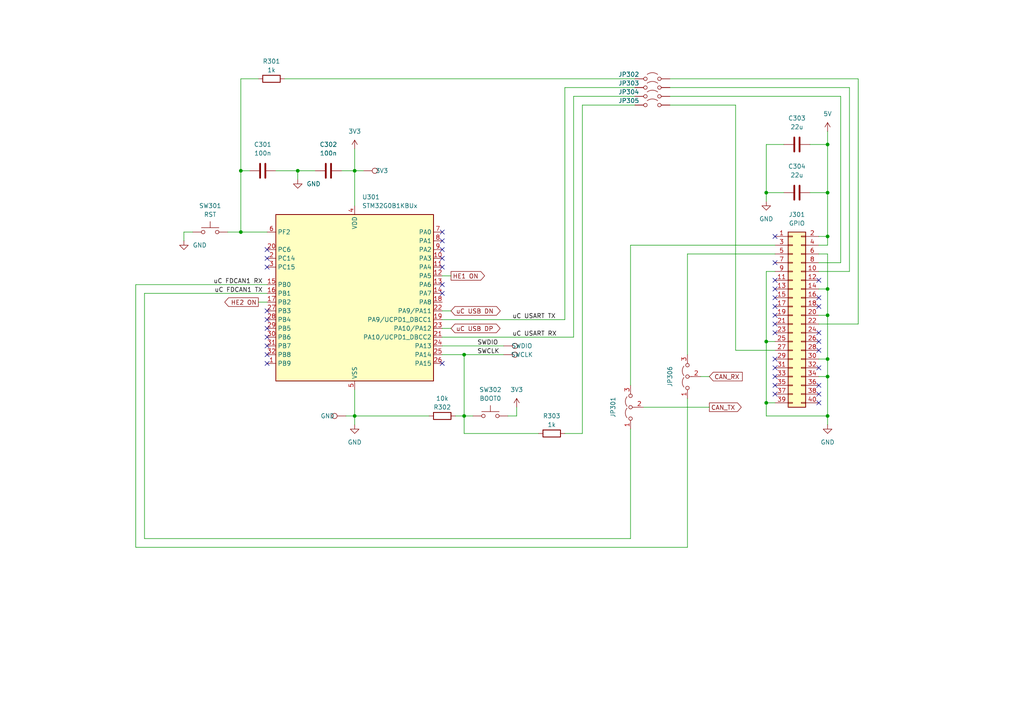
<source format=kicad_sch>
(kicad_sch (version 20250114) (generator "eeschema") (generator_version "9.0")
  (paper "A4")
  (title_block (title "EWS - Power, CANbus and USB HAT for 3D Printers") (date "2025-12-03") (rev "1.0") (company "Eduard Iten"))
  (lib_symbols
    (symbol "Connector_Generic:Conn_02x20_Odd_Even" (pin_names (offset 1.016) (hide yes))
      (property "Reference" "J" (at 1.27 25.4 0))
      (property "Value" "Conn_02x20_Odd_Even" (at 1.27 -27.94 0))
      (symbol "Conn_02x20_Odd_Even_1_1"
        (rectangle (start -1.27 24.13) (end 3.81 -26.67) (stroke (width 0.254)) (fill (type background)))
        (rectangle (start -1.27 22.987) (end 0 22.733) (stroke (width 0.1524)))
        (rectangle (start -1.27 20.447) (end 0 20.193) (stroke (width 0.1524)))
        (rectangle (start -1.27 17.907) (end 0 17.653) (stroke (width 0.1524)))
        (rectangle (start -1.27 15.367) (end 0 15.113) (stroke (width 0.1524)))
        (rectangle (start -1.27 12.827) (end 0 12.573) (stroke (width 0.1524)))
        (rectangle (start -1.27 10.287) (end 0 10.033) (stroke (width 0.1524)))
        (rectangle (start -1.27 7.747) (end 0 7.493) (stroke (width 0.1524)))
        (rectangle (start -1.27 5.207) (end 0 4.953) (stroke (width 0.1524)))
        (rectangle (start -1.27 2.667) (end 0 2.413) (stroke (width 0.1524)))
        (rectangle (start -1.27 0.127) (end 0 -0.127) (stroke (width 0.1524)))
        (rectangle (start -1.27 -2.413) (end 0 -2.667) (stroke (width 0.1524)))
        (rectangle (start -1.27 -4.953) (end 0 -5.207) (stroke (width 0.1524)))
        (rectangle (start -1.27 -7.493) (end 0 -7.747) (stroke (width 0.1524)))
        (rectangle (start -1.27 -10.033) (end 0 -10.287) (stroke (width 0.1524)))
        (rectangle (start -1.27 -12.573) (end 0 -12.827) (stroke (width 0.1524)))
        (rectangle (start -1.27 -15.113) (end 0 -15.367) (stroke (width 0.1524)))
        (rectangle (start -1.27 -17.653) (end 0 -17.907) (stroke (width 0.1524)))
        (rectangle (start -1.27 -20.193) (end 0 -20.447) (stroke (width 0.1524)))
        (rectangle (start -1.27 -22.733) (end 0 -22.987) (stroke (width 0.1524)))
        (rectangle (start -1.27 -25.273) (end 0 -25.527) (stroke (width 0.1524)))
        (rectangle (start 3.81 22.987) (end 2.54 22.733) (stroke (width 0.1524)))
        (rectangle (start 3.81 20.447) (end 2.54 20.193) (stroke (width 0.1524)))
        (rectangle (start 3.81 17.907) (end 2.54 17.653) (stroke (width 0.1524)))
        (rectangle (start 3.81 15.367) (end 2.54 15.113) (stroke (width 0.1524)))
        (rectangle (start 3.81 12.827) (end 2.54 12.573) (stroke (width 0.1524)))
        (rectangle (start 3.81 10.287) (end 2.54 10.033) (stroke (width 0.1524)))
        (rectangle (start 3.81 7.747) (end 2.54 7.493) (stroke (width 0.1524)))
        (rectangle (start 3.81 5.207) (end 2.54 4.953) (stroke (width 0.1524)))
        (rectangle (start 3.81 2.667) (end 2.54 2.413) (stroke (width 0.1524)))
        (rectangle (start 3.81 0.127) (end 2.54 -0.127) (stroke (width 0.1524)))
        (rectangle (start 3.81 -2.413) (end 2.54 -2.667) (stroke (width 0.1524)))
        (rectangle (start 3.81 -4.953) (end 2.54 -5.207) (stroke (width 0.1524)))
        (rectangle (start 3.81 -7.493) (end 2.54 -7.747) (stroke (width 0.1524)))
        (rectangle (start 3.81 -10.033) (end 2.54 -10.287) (stroke (width 0.1524)))
        (rectangle (start 3.81 -12.573) (end 2.54 -12.827) (stroke (width 0.1524)))
        (rectangle (start 3.81 -15.113) (end 2.54 -15.367) (stroke (width 0.1524)))
        (rectangle (start 3.81 -17.653) (end 2.54 -17.907) (stroke (width 0.1524)))
        (rectangle (start 3.81 -20.193) (end 2.54 -20.447) (stroke (width 0.1524)))
        (rectangle (start 3.81 -22.733) (end 2.54 -22.987) (stroke (width 0.1524)))
        (rectangle (start 3.81 -25.273) (end 2.54 -25.527) (stroke (width 0.1524)))
        (pin passive line (at -5.08 22.86 0) (length 3.81) (name "Pin_1") (number "1"))
        (pin passive line (at -5.08 20.32 0) (length 3.81) (name "Pin_3") (number "3"))
        (pin passive line (at -5.08 17.78 0) (length 3.81) (name "Pin_5") (number "5"))
        (pin passive line (at -5.08 15.24 0) (length 3.81) (name "Pin_7") (number "7"))
        (pin passive line (at -5.08 12.7 0) (length 3.81) (name "Pin_9") (number "9"))
        (pin passive line (at -5.08 10.16 0) (length 3.81) (name "Pin_11") (number "11"))
        (pin passive line (at -5.08 7.62 0) (length 3.81) (name "Pin_13") (number "13"))
        (pin passive line (at -5.08 5.08 0) (length 3.81) (name "Pin_15") (number "15"))
        (pin passive line (at -5.08 2.54 0) (length 3.81) (name "Pin_17") (number "17"))
        (pin passive line (at -5.08 0 0) (length 3.81) (name "Pin_19") (number "19"))
        (pin passive line (at -5.08 -2.54 0) (length 3.81) (name "Pin_21") (number "21"))
        (pin passive line (at -5.08 -5.08 0) (length 3.81) (name "Pin_23") (number "23"))
        (pin passive line (at -5.08 -7.62 0) (length 3.81) (name "Pin_25") (number "25"))
        (pin passive line (at -5.08 -10.16 0) (length 3.81) (name "Pin_27") (number "27"))
        (pin passive line (at -5.08 -12.7 0) (length 3.81) (name "Pin_29") (number "29"))
        (pin passive line (at -5.08 -15.24 0) (length 3.81) (name "Pin_31") (number "31"))
        (pin passive line (at -5.08 -17.78 0) (length 3.81) (name "Pin_33") (number "33"))
        (pin passive line (at -5.08 -20.32 0) (length 3.81) (name "Pin_35") (number "35"))
        (pin passive line (at -5.08 -22.86 0) (length 3.81) (name "Pin_37") (number "37"))
        (pin passive line (at -5.08 -25.4 0) (length 3.81) (name "Pin_39") (number "39"))
        (pin passive line (at 7.62 22.86 180) (length 3.81) (name "Pin_2") (number "2"))
        (pin passive line (at 7.62 20.32 180) (length 3.81) (name "Pin_4") (number "4"))
        (pin passive line (at 7.62 17.78 180) (length 3.81) (name "Pin_6") (number "6"))
        (pin passive line (at 7.62 15.24 180) (length 3.81) (name "Pin_8") (number "8"))
        (pin passive line (at 7.62 12.7 180) (length 3.81) (name "Pin_10") (number "10"))
        (pin passive line (at 7.62 10.16 180) (length 3.81) (name "Pin_12") (number "12"))
        (pin passive line (at 7.62 7.62 180) (length 3.81) (name "Pin_14") (number "14"))
        (pin passive line (at 7.62 5.08 180) (length 3.81) (name "Pin_16") (number "16"))
        (pin passive line (at 7.62 2.54 180) (length 3.81) (name "Pin_18") (number "18"))
        (pin passive line (at 7.62 0 180) (length 3.81) (name "Pin_20") (number "20"))
        (pin passive line (at 7.62 -2.54 180) (length 3.81) (name "Pin_22") (number "22"))
        (pin passive line (at 7.62 -5.08 180) (length 3.81) (name "Pin_24") (number "24"))
        (pin passive line (at 7.62 -7.62 180) (length 3.81) (name "Pin_26") (number "26"))
        (pin passive line (at 7.62 -10.16 180) (length 3.81) (name "Pin_28") (number "28"))
        (pin passive line (at 7.62 -12.7 180) (length 3.81) (name "Pin_30") (number "30"))
        (pin passive line (at 7.62 -15.24 180) (length 3.81) (name "Pin_32") (number "32"))
        (pin passive line (at 7.62 -17.78 180) (length 3.81) (name "Pin_34") (number "34"))
        (pin passive line (at 7.62 -20.32 180) (length 3.81) (name "Pin_36") (number "36"))
        (pin passive line (at 7.62 -22.86 180) (length 3.81) (name "Pin_38") (number "38"))
        (pin passive line (at 7.62 -25.4 180) (length 3.81) (name "Pin_40") (number "40"))
      )
    )
    (symbol "Device:C" (pin_numbers (hide yes)) (pin_names (offset 0.254))
      (property "Reference" "C" (at 0.635 2.54 0))
      (property "Value" "C" (at 0.635 -2.54 0))
      (symbol "C_0_1"
        (polyline (pts (xy -2.032 0.762) (xy 2.032 0.762)) (stroke (width 0.508)))
        (polyline (pts (xy -2.032 -0.762) (xy 2.032 -0.762)) (stroke (width 0.508)))
      )
      (symbol "C_1_1"
        (pin passive line (at 0 3.81 270) (length 2.794) (name "~") (number "1"))
        (pin passive line (at 0 -3.81 90) (length 2.794) (name "~") (number "2"))
      )
    )
    (symbol "Device:R" (pin_numbers (hide yes)) (pin_names (offset 0))
      (property "Reference" "R" (at 2.032 0 90))
      (property "Value" "R" (at 0 0 90))
      (symbol "R_0_1"
        (rectangle (start -1.016 -2.54) (end 1.016 2.54) (stroke (width 0.254)))
      )
      (symbol "R_1_1"
        (pin passive line (at 0 3.81 270) (length 1.27) (name "~") (number "1"))
        (pin passive line (at 0 -3.81 90) (length 1.27) (name "~") (number "2"))
      )
    )
    (symbol "Jumper:Jumper_2_Open" (pin_numbers (hide yes)) (pin_names (offset 0) (hide yes))
      (property "Reference" "JP" (at 0 2.794 0))
      (property "Value" "Jumper_2_Open" (at 0 -2.286 0))
      (symbol "Jumper_2_Open_0_0"
        (circle (center -2.032 0) (radius 0.508))
        (circle (center 2.032 0) (radius 0.508))
      )
      (symbol "Jumper_2_Open_0_1"
        (arc (start -1.524 1.27) (mid 0 1.778) (end 1.524 1.27))
      )
      (symbol "Jumper_2_Open_1_1"
        (pin passive line (at -5.08 0 0) (length 2.54) (name "A") (number "1"))
        (pin passive line (at 5.08 0 180) (length 2.54) (name "B") (number "2"))
      )
    )
    (symbol "Jumper:Jumper_3_Open" (pin_names (offset 0) (hide yes)) (in_bom no)
      (property "Reference" "JP" (at -2.54 -2.54 0))
      (property "Value" "Jumper_3_Open" (at 0 2.794 0))
      (symbol "Jumper_3_Open_0_0"
        (circle (center -3.302 0) (radius 0.508))
        (circle (center 0 0) (radius 0.508))
        (circle (center 3.302 0) (radius 0.508))
      )
      (symbol "Jumper_3_Open_0_1"
        (arc (start -3.048 1.016) (mid -1.651 1.4992) (end -0.254 1.016))
        (polyline (pts (xy 0 -0.508) (xy 0 -1.27)))
        (arc (start 0.254 1.016) (mid 1.651 1.4992) (end 3.048 1.016))
      )
      (symbol "Jumper_3_Open_1_1"
        (pin passive line (at -6.35 0 0) (length 2.54) (name "A") (number "1"))
        (pin passive line (at 0 -3.81 90) (length 2.54) (name "C") (number "2"))
        (pin passive line (at 6.35 0 180) (length 2.54) (name "B") (number "3"))
      )
    )
    (symbol "MCU_ST_STM32G0:STM32G0B1KBUx"
      (property "Reference" "U" (at -22.86 26.67 0))
      (property "Value" "STM32G0B1KBUx" (at 2.54 26.67 0))
      (symbol "STM32G0B1KBUx_0_1"
        (rectangle (start -22.86 -22.86) (end 22.86 25.4) (stroke (width 0.254)) (fill (type background)))
      )
      (symbol "STM32G0B1KBUx_1_1"
        (pin bidirectional line (at -25.4 20.32 0) (length 2.54) (name "PF2") (number "6"))
        (pin bidirectional line (at -25.4 15.24 0) (length 2.54) (name "PC6") (number "20"))
        (pin bidirectional line (at -25.4 12.7 0) (length 2.54) (name "PC14") (number "2"))
        (pin bidirectional line (at -25.4 10.16 0) (length 2.54) (name "PC15") (number "3"))
        (pin bidirectional line (at -25.4 5.08 0) (length 2.54) (name "PB0") (number "15"))
        (pin bidirectional line (at -25.4 2.54 0) (length 2.54) (name "PB1") (number "16"))
        (pin bidirectional line (at -25.4 0 0) (length 2.54) (name "PB2") (number "17"))
        (pin bidirectional line (at -25.4 -2.54 0) (length 2.54) (name "PB3") (number "27"))
        (pin bidirectional line (at -25.4 -5.08 0) (length 2.54) (name "PB4") (number "28"))
        (pin bidirectional line (at -25.4 -7.62 0) (length 2.54) (name "PB5") (number "29"))
        (pin bidirectional line (at -25.4 -10.16 0) (length 2.54) (name "PB6") (number "30"))
        (pin bidirectional line (at -25.4 -12.7 0) (length 2.54) (name "PB7") (number "31"))
        (pin bidirectional line (at -25.4 -15.24 0) (length 2.54) (name "PB8") (number "32"))
        (pin bidirectional line (at -25.4 -17.78 0) (length 2.54) (name "PB9") (number "1"))
        (pin power_in line (at 0 27.94 270) (length 2.54) (name "VDD") (number "4"))
        (pin passive line (at 0 -25.4 90) (length 2.54) (hide yes) (name "VSS") (number "33"))
        (pin power_in line (at 0 -25.4 90) (length 2.54) (name "VSS") (number "5"))
        (pin bidirectional line (at 25.4 20.32 180) (length 2.54) (name "PA0") (number "7"))
        (pin bidirectional line (at 25.4 17.78 180) (length 2.54) (name "PA1") (number "8"))
        (pin bidirectional line (at 25.4 15.24 180) (length 2.54) (name "PA2") (number "9"))
        (pin bidirectional line (at 25.4 12.7 180) (length 2.54) (name "PA3") (number "10"))
        (pin bidirectional line (at 25.4 10.16 180) (length 2.54) (name "PA4") (number "11"))
        (pin bidirectional line (at 25.4 7.62 180) (length 2.54) (name "PA5") (number "12"))
        (pin bidirectional line (at 25.4 5.08 180) (length 2.54) (name "PA6") (number "13"))
        (pin bidirectional line (at 25.4 2.54 180) (length 2.54) (name "PA7") (number "14"))
        (pin bidirectional line (at 25.4 0 180) (length 2.54) (name "PA8") (number "18"))
        (pin bidirectional line (at 25.4 -2.54 180) (length 2.54) (name "PA9/PA11") (number "22"))
        (pin bidirectional line (at 25.4 -5.08 180) (length 2.54) (name "PA9/UCPD1_DBCC1") (number "19"))
        (pin bidirectional line (at 25.4 -7.62 180) (length 2.54) (name "PA10/PA12") (number "23"))
        (pin bidirectional line (at 25.4 -10.16 180) (length 2.54) (name "PA10/UCPD1_DBCC2") (number "21"))
        (pin bidirectional line (at 25.4 -12.7 180) (length 2.54) (name "PA13") (number "24"))
        (pin bidirectional line (at 25.4 -15.24 180) (length 2.54) (name "PA14") (number "25"))
        (pin bidirectional line (at 25.4 -17.78 180) (length 2.54) (name "PA15") (number "26"))
      )
    )
    (symbol "NamedTestPoint_1" (pin_numbers (hide yes)) (pin_names (offset 0.762) (hide yes))
      (property "Value" "${SHORT_NET_NAME(1)}" (at 0 6.35 0))
      (symbol "NamedTestPoint_1_0_1"
        (circle (center 0 3.302) (radius 0.762))
      )
      (symbol "NamedTestPoint_1_1_1"
        (pin passive line (at 0 0 90) (length 2.54) (name "1") (number "1"))
      )
    )
    (symbol "Switch:SW_Push" (pin_numbers (hide yes)) (pin_names (offset 1.016) (hide yes))
      (property "Reference" "SW" (at 1.27 2.54 0))
      (property "Value" "SW_Push" (at 0 -1.524 0))
      (symbol "SW_Push_0_1"
        (circle (center -2.032 0) (radius 0.508))
        (polyline (pts (xy 0 1.27) (xy 0 3.048)))
        (circle (center 2.032 0) (radius 0.508))
        (polyline (pts (xy 2.54 1.27) (xy -2.54 1.27)))
        (pin passive line (at -5.08 0 0) (length 2.54) (name "1") (number "1"))
        (pin passive line (at 5.08 0 180) (length 2.54) (name "2") (number "2"))
      )
    )
    (symbol "power:+3.3V" (power) (pin_numbers (hide yes)) (pin_names (offset 0) (hide yes))
      (property "Value" "+3.3V" (at 0 3.556 0))
      (symbol "+3.3V_0_1"
        (polyline (pts (xy -0.762 1.27) (xy 0 2.54)))
        (polyline (pts (xy 0 2.54) (xy 0.762 1.27)))
        (polyline (pts (xy 0 0) (xy 0 2.54)))
      )
      (symbol "+3.3V_1_1"
        (pin power_in line (at 0 0 90) (length 0) (name "~") (number "1"))
      )
    )
    (symbol "power:GND" (power) (pin_numbers (hide yes)) (pin_names (offset 0) (hide yes))
      (property "Value" "GND" (at 0 -3.81 0))
      (symbol "GND_0_1"
        (polyline (pts (xy 0 0) (xy 0 -1.27) (xy 1.27 -1.27) (xy 0 -2.54) (xy -1.27 -1.27) (xy 0 -1.27)))
      )
      (symbol "GND_1_1"
        (pin power_in line (at 0 0 270) (length 0) (name "~") (number "1"))
      )
    )
  )
  (junction (at 69.85 67.31))
  (junction (at 240.03 68.58))
  (junction (at 222.25 116.84))
  (junction (at 134.62 102.87))
  (junction (at 222.25 55.88))
  (junction (at 102.87 49.53))
  (junction (at 69.85 49.53))
  (junction (at 240.03 91.44))
  (junction (at 240.03 83.82))
  (junction (at 222.25 99.06))
  (junction (at 240.03 41.91))
  (junction (at 240.03 120.65))
  (junction (at 134.62 120.65))
  (junction (at 86.36 49.53))
  (junction (at 240.03 55.88))
  (junction (at 240.03 104.14))
  (junction (at 102.87 120.65))
  (junction (at 240.03 109.22))
  (no_connect (at 237.49 99.06))
  (no_connect (at 224.79 109.22))
  (no_connect (at 237.49 81.28))
  (no_connect (at 237.49 86.36))
  (no_connect (at 224.79 88.9))
  (no_connect (at 224.79 96.52))
  (no_connect (at 224.79 111.76))
  (no_connect (at 224.79 106.68))
  (no_connect (at 128.27 74.93))
  (no_connect (at 237.49 96.52))
  (no_connect (at 237.49 116.84))
  (no_connect (at 128.27 69.85))
  (no_connect (at 77.47 105.41))
  (no_connect (at 128.27 72.39))
  (no_connect (at 77.47 90.17))
  (no_connect (at 77.47 95.25))
  (no_connect (at 224.79 104.14))
  (no_connect (at 77.47 97.79))
  (no_connect (at 237.49 114.3))
  (no_connect (at 128.27 82.55))
  (no_connect (at 128.27 77.47))
  (no_connect (at 224.79 86.36))
  (no_connect (at 237.49 101.6))
  (no_connect (at 77.47 92.71))
  (no_connect (at 77.47 72.39))
  (no_connect (at 224.79 81.28))
  (no_connect (at 128.27 85.09))
  (no_connect (at 224.79 83.82))
  (no_connect (at 77.47 102.87))
  (no_connect (at 237.49 111.76))
  (no_connect (at 128.27 105.41))
  (no_connect (at 224.79 91.44))
  (no_connect (at 224.79 76.2))
  (no_connect (at 77.47 77.47))
  (no_connect (at 224.79 93.98))
  (no_connect (at 237.49 106.68))
  (no_connect (at 237.49 88.9))
  (no_connect (at 224.79 114.3))
  (no_connect (at 128.27 67.31))
  (no_connect (at 224.79 68.58))
  (no_connect (at 77.47 74.93))
  (no_connect (at 77.47 100.33))
  (wire (pts (xy 86.36 52.07) (xy 86.36 49.53)))
  (wire (pts (xy 39.37 82.55) (xy 77.47 82.55)))
  (wire (pts (xy 82.55 22.86) (xy 184.15 22.86)))
  (wire (pts (xy 240.03 123.19) (xy 240.03 120.65)))
  (wire (pts (xy 237.49 68.58) (xy 240.03 68.58)))
  (wire (pts (xy 128.27 102.87) (xy 134.62 102.87)))
  (wire (pts (xy 128.27 95.25) (xy 130.81 95.25)))
  (wire (pts (xy 222.25 78.74) (xy 222.25 99.06)))
  (wire (pts (xy 41.91 156.21) (xy 182.88 156.21)))
  (wire (pts (xy 128.27 92.71) (xy 163.83 92.71)))
  (wire (pts (xy 199.39 73.66) (xy 224.79 73.66)))
  (wire (pts (xy 246.38 25.4) (xy 246.38 78.74)))
  (wire (pts (xy 222.25 55.88) (xy 222.25 58.42)))
  (wire (pts (xy 213.36 101.6) (xy 224.79 101.6)))
  (wire (pts (xy 199.39 115.57) (xy 199.39 158.75)))
  (wire (pts (xy 74.93 87.63) (xy 77.47 87.63)))
  (wire (pts (xy 222.25 116.84) (xy 222.25 120.65)))
  (wire (pts (xy 69.85 22.86) (xy 69.85 49.53)))
  (wire (pts (xy 222.25 99.06) (xy 224.79 99.06)))
  (wire (pts (xy 72.39 49.53) (xy 69.85 49.53)))
  (wire (pts (xy 237.49 83.82) (xy 240.03 83.82)))
  (wire (pts (xy 237.49 109.22) (xy 240.03 109.22)))
  (wire (pts (xy 240.03 83.82) (xy 240.03 91.44)))
  (wire (pts (xy 240.03 109.22) (xy 240.03 120.65)))
  (wire (pts (xy 163.83 125.73) (xy 168.91 125.73)))
  (wire (pts (xy 132.08 120.65) (xy 134.62 120.65)))
  (wire (pts (xy 86.36 49.53) (xy 91.44 49.53)))
  (wire (pts (xy 240.03 41.91) (xy 240.03 38.1)))
  (wire (pts (xy 194.31 22.86) (xy 248.92 22.86)))
  (wire (pts (xy 194.31 27.94) (xy 243.84 27.94)))
  (wire (pts (xy 199.39 102.87) (xy 199.39 73.66)))
  (wire (pts (xy 240.03 104.14) (xy 240.03 109.22)))
  (wire (pts (xy 182.88 71.12) (xy 224.79 71.12)))
  (wire (pts (xy 224.79 78.74) (xy 222.25 78.74)))
  (wire (pts (xy 39.37 158.75) (xy 199.39 158.75)))
  (wire (pts (xy 240.03 68.58) (xy 240.03 55.88)))
  (wire (pts (xy 240.03 73.66) (xy 240.03 83.82)))
  (wire (pts (xy 166.37 97.79) (xy 166.37 27.94)))
  (wire (pts (xy 166.37 27.94) (xy 184.15 27.94)))
  (wire (pts (xy 222.25 99.06) (xy 222.25 116.84)))
  (wire (pts (xy 248.92 93.98) (xy 237.49 93.98)))
  (wire (pts (xy 194.31 30.48) (xy 213.36 30.48)))
  (wire (pts (xy 128.27 100.33) (xy 146.05 100.33)))
  (wire (pts (xy 243.84 27.94) (xy 243.84 76.2)))
  (wire (pts (xy 240.03 71.12) (xy 240.03 68.58)))
  (wire (pts (xy 237.49 73.66) (xy 240.03 73.66)))
  (wire (pts (xy 163.83 92.71) (xy 163.83 25.4)))
  (wire (pts (xy 213.36 30.48) (xy 213.36 101.6)))
  (wire (pts (xy 102.87 43.18) (xy 102.87 49.53)))
  (wire (pts (xy 128.27 90.17) (xy 130.81 90.17)))
  (wire (pts (xy 41.91 85.09) (xy 41.91 156.21)))
  (wire (pts (xy 182.88 156.21) (xy 182.88 124.46)))
  (wire (pts (xy 39.37 82.55) (xy 39.37 158.75)))
  (wire (pts (xy 124.46 120.65) (xy 102.87 120.65)))
  (wire (pts (xy 102.87 49.53) (xy 102.87 59.69)))
  (wire (pts (xy 194.31 25.4) (xy 246.38 25.4)))
  (wire (pts (xy 41.91 85.09) (xy 77.47 85.09)))
  (wire (pts (xy 240.03 55.88) (xy 240.03 41.91)))
  (wire (pts (xy 227.33 41.91) (xy 222.25 41.91)))
  (wire (pts (xy 222.25 41.91) (xy 222.25 55.88)))
  (wire (pts (xy 134.62 102.87) (xy 134.62 120.65)))
  (wire (pts (xy 130.81 80.01) (xy 128.27 80.01)))
  (wire (pts (xy 227.33 55.88) (xy 222.25 55.88)))
  (wire (pts (xy 246.38 78.74) (xy 237.49 78.74)))
  (wire (pts (xy 240.03 91.44) (xy 240.03 104.14)))
  (wire (pts (xy 234.95 41.91) (xy 240.03 41.91)))
  (wire (pts (xy 237.49 104.14) (xy 240.03 104.14)))
  (wire (pts (xy 163.83 25.4) (xy 184.15 25.4)))
  (wire (pts (xy 234.95 55.88) (xy 240.03 55.88)))
  (wire (pts (xy 102.87 120.65) (xy 102.87 123.19)))
  (wire (pts (xy 102.87 49.53) (xy 105.41 49.53)))
  (wire (pts (xy 237.49 71.12) (xy 240.03 71.12)))
  (wire (pts (xy 134.62 120.65) (xy 134.62 125.73)))
  (wire (pts (xy 168.91 30.48) (xy 168.91 125.73)))
  (wire (pts (xy 128.27 97.79) (xy 166.37 97.79)))
  (wire (pts (xy 222.25 116.84) (xy 224.79 116.84)))
  (wire (pts (xy 156.21 125.73) (xy 134.62 125.73)))
  (wire (pts (xy 134.62 120.65) (xy 137.16 120.65)))
  (wire (pts (xy 102.87 113.03) (xy 102.87 120.65)))
  (wire (pts (xy 134.62 102.87) (xy 146.05 102.87)))
  (wire (pts (xy 237.49 91.44) (xy 240.03 91.44)))
  (wire (pts (xy 55.88 67.31) (xy 53.34 67.31)))
  (wire (pts (xy 66.04 67.31) (xy 69.85 67.31)))
  (wire (pts (xy 53.34 67.31) (xy 53.34 69.85)))
  (wire (pts (xy 102.87 120.65) (xy 100.33 120.65)))
  (wire (pts (xy 186.69 118.11) (xy 205.74 118.11)))
  (wire (pts (xy 182.88 111.76) (xy 182.88 71.12)))
  (wire (pts (xy 237.49 76.2) (xy 243.84 76.2)))
  (wire (pts (xy 222.25 120.65) (xy 240.03 120.65)))
  (wire (pts (xy 77.47 67.31) (xy 69.85 67.31)))
  (wire (pts (xy 203.2 109.22) (xy 205.74 109.22)))
  (wire (pts (xy 149.86 118.11) (xy 149.86 120.65)))
  (wire (pts (xy 99.06 49.53) (xy 102.87 49.53)))
  (wire (pts (xy 149.86 120.65) (xy 147.32 120.65)))
  (wire (pts (xy 69.85 22.86) (xy 74.93 22.86)))
  (wire (pts (xy 69.85 49.53) (xy 69.85 67.31)))
  (wire (pts (xy 168.91 30.48) (xy 184.15 30.48)))
  (wire (pts (xy 86.36 49.53) (xy 80.01 49.53)))
  (wire (pts (xy 248.92 22.86) (xy 248.92 93.98)))
  (label "uC USART TX" (at 148.59 92.71 0))
  (label "uC USART RX" (at 148.59 97.79 0))
  (label "SWDIO" (at 138.43 100.33 0))
  (label "SWCLK" (at 138.43 102.87 0))
  (label "uC FDCAN1 TX" (at 76.2 85.09 180))
  (label "uC FDCAN1 RX" (at 76.2 82.55 180))
  (global_label "CAN_TX" (shape output) (at 205.74 118.11 0) (property "Intersheetrefs" "${INTERSHEET_REFS}" (effects (hide yes))))
  (global_label "CAN_RX" (shape input) (at 205.74 109.22 0) (property "Intersheetrefs" "${INTERSHEET_REFS}" (effects (hide yes))))
  (global_label "uC USB DN" (shape bidirectional) (at 130.81 90.17 0) (property "Intersheetrefs" "${INTERSHEET_REFS}" (effects (hide yes))))
  (global_label "uC USB DP" (shape bidirectional) (at 130.81 95.25 0) (property "Intersheetrefs" "${INTERSHEET_REFS}" (effects (hide yes))))
  (global_label "HE1 ON" (shape output) (at 130.81 80.01 0) (property "Intersheetrefs" "${INTERSHEET_REFS}" (effects (hide yes))))
  (global_label "HE2 ON" (shape output) (at 74.93 87.63 180) (property "Intersheetrefs" "${INTERSHEET_REFS}" (effects (hide yes))))
  (symbol (lib_id "Jumper:Jumper_3_Open") (at 199.39 109.22 90) (unit 1) (in_bom no)
    (property "Reference" "JP306" (at 194.31 109.22 0))
    (property "Value" "Jumper_3_Open" (effects (hide yes)))
    (property "Footprint" "Connector_PinHeader_2.54mm:PinHeader_1x03_P2.54mm_Vertical" (effects (hide yes)))
    (property "Description" "Jumper, 3-pole, both open" (effects (hide yes)))
  )
  (symbol (lib_id "Jumper:Jumper_2_Open") (at 189.23 22.86 0) (unit 1)
    (property "Reference" "JP302" (at 185.42 21.59 0) (effects (justify right)))
    (property "Footprint" "Connector_PinHeader_2.54mm:PinHeader_1x02_P2.54mm_Vertical" (effects (hide yes)))
    (property "Description" "Jumper, 2-pole, open" (effects (hide yes)))
  )
  (symbol (lib_id "power:+3.3V") (at 240.03 38.1 0) (unit 1)
    (property "Reference" "#PWR0307" (effects (hide yes)))
    (property "Value" "5V" (at 240.03 33.02 0))
    (property "Description" "Power symbol creates a global label with name \"+3.3V\"" (effects (hide yes)))
  )
  (symbol (lib_id "power:GND") (at 86.36 52.07 0) (unit 1)
    (property "Reference" "#PWR0302" (effects (hide yes)))
    (property "Value" "GND" (at 88.9 53.3399 0) (effects (justify left)))
    (property "Description" "Power symbol creates a global label with name \"GND\" , ground" (effects (hide yes)))
  )
  (symbol (lib_id "MCU_ST_STM32G0:STM32G0B1KBUx") (at 102.87 87.63 0) (unit 1)
    (property "Reference" "U301" (at 105.0133 57.15 0) (effects (justify left)))
    (property "Value" "STM32G0B1KBUx" (at 105.0133 59.69 0) (effects (justify left)))
    (property "Footprint" "Package_DFN_QFN:QFN-32-1EP_5x5mm_P0.5mm_EP3.45x3.45mm" (effects (hide yes)))
    (property "Datasheet" "https://www.st.com/resource/en/datasheet/stm32g0b1kb.pdf" (effects (hide yes)))
    (property "Description" "STMicroelectronics Arm Cortex-M0+ MCU, 128KB flash, 144KB RAM, 64 MHz, 1.7-3.6V, 30 GPIO, UFQFPN32" (effects (hide yes)))
  )
  (symbol (lib_id "Switch:SW_Push") (at 142.24 120.65 0) (mirror y) (unit 1)
    (property "Reference" "SW302" (at 142.24 113.03 0))
    (property "Value" "BOOT0" (at 142.24 115.57 0))
    (property "Footprint" "Button_Switch_SMD:SW_SPST_TS-1088-xR020" (effects (hide yes)))
    (property "Description" "Push button switch, generic, two pins" (effects (hide yes)))
  )
  (symbol (lib_id "Jumper:Jumper_2_Open") (at 189.23 25.4 0) (unit 1)
    (property "Reference" "JP303" (at 185.42 24.13 0) (effects (justify right)))
    (property "Footprint" "Connector_PinHeader_2.54mm:PinHeader_1x02_P2.54mm_Vertical" (effects (hide yes)))
    (property "Description" "Jumper, 2-pole, open" (effects (hide yes)))
  )
  (symbol (lib_id "Device:C") (at 95.25 49.53 90) (unit 1)
    (property "Reference" "C302" (at 95.25 41.91 90))
    (property "Value" "100n" (at 95.25 44.45 90))
    (property "Footprint" "Capacitor_SMD:C_0402_1005Metric" (effects (hide yes)))
    (property "Description" "Unpolarized capacitor" (effects (hide yes)))
  )
  (symbol (lib_id "power:+3.3V") (at 149.86 118.11 0) (mirror y) (unit 1)
    (property "Reference" "#PWR0305" (effects (hide yes)))
    (property "Value" "3V3" (at 149.86 113.03 0))
    (property "Description" "Power symbol creates a global label with name \"+3.3V\"" (effects (hide yes)))
  )
  (symbol (lib_id "power:+3.3V") (at 102.87 43.18 0) (unit 1)
    (property "Reference" "#PWR0303" (effects (hide yes)))
    (property "Value" "3V3" (at 102.87 38.1 0))
    (property "Description" "Power symbol creates a global label with name \"+3.3V\"" (effects (hide yes)))
  )
  (symbol (lib_id "Jumper:Jumper_3_Open") (at 182.88 118.11 90) (unit 1) (in_bom no)
    (property "Reference" "JP301" (at 177.8 118.11 0))
    (property "Value" "Jumper_3_Open" (effects (hide yes)))
    (property "Footprint" "Connector_PinHeader_2.54mm:PinHeader_1x03_P2.54mm_Vertical" (effects (hide yes)))
    (property "Description" "Jumper, 3-pole, both open" (effects (hide yes)))
  )
  (symbol (lib_id "Switch:SW_Push") (at 60.96 67.31 0) (unit 1)
    (property "Reference" "SW301" (at 60.96 59.69 0))
    (property "Value" "RST" (at 60.96 62.23 0))
    (property "Footprint" "Button_Switch_SMD:SW_SPST_TS-1088-xR020" (effects (hide yes)))
    (property "Description" "Push button switch, generic, two pins" (effects (hide yes)))
  )
  (symbol (lib_id "Device:R") (at 160.02 125.73 270) (mirror x) (unit 1)
    (property "Reference" "R303" (at 160.02 120.65 90))
    (property "Value" "1k" (at 160.02 123.19 90))
    (property "Footprint" "Resistor_SMD:R_0402_1005Metric" (effects (hide yes)))
    (property "Description" "Resistor" (effects (hide yes)))
  )
  (symbol (lib_name "NamedTestPoint_1") (lib_id "project:NamedTestPoint") (at 105.41 49.53 270) (unit 1)
    (property "Reference" "TP302" (effects (hide yes)))
    (property "Value" "${SHORT_NET_NAME(1)}" (at 110.49 49.53 90) (effects (justify left)))
    (property "Footprint" "project:NAMED_TEST_POINT" (effects (hide yes)))
    (property "Description" "test point" (effects (hide yes)))
  )
  (symbol (lib_id "power:GND") (at 102.87 123.19 0) (unit 1)
    (property "Reference" "#PWR0304" (effects (hide yes)))
    (property "Value" "GND" (at 102.87 128.27 0))
    (property "Description" "Power symbol creates a global label with name \"GND\" , ground" (effects (hide yes)))
  )
  (symbol (lib_id "power:GND") (at 222.25 58.42 0) (unit 1)
    (property "Reference" "#PWR0306" (effects (hide yes)))
    (property "Value" "GND" (at 222.25 63.5 0))
    (property "Description" "Power symbol creates a global label with name \"GND\" , ground" (effects (hide yes)))
  )
  (symbol (lib_id "Device:R") (at 78.74 22.86 270) (mirror x) (unit 1)
    (property "Reference" "R301" (at 78.74 17.78 90))
    (property "Value" "1k" (at 78.74 20.32 90))
    (property "Footprint" "Resistor_SMD:R_0402_1005Metric" (effects (hide yes)))
    (property "Description" "Resistor" (effects (hide yes)))
  )
  (symbol (lib_id "Jumper:Jumper_2_Open") (at 189.23 27.94 0) (unit 1)
    (property "Reference" "JP304" (at 185.42 26.67 0) (effects (justify right)))
    (property "Footprint" "Connector_PinHeader_2.54mm:PinHeader_1x02_P2.54mm_Vertical" (effects (hide yes)))
    (property "Description" "Jumper, 2-pole, open" (effects (hide yes)))
  )
  (symbol (lib_id "power:GND") (at 240.03 123.19 0) (unit 1)
    (property "Reference" "#PWR0308" (effects (hide yes)))
    (property "Value" "GND" (at 240.03 128.27 0))
    (property "Description" "Power symbol creates a global label with name \"GND\" , ground" (effects (hide yes)))
  )
  (symbol (lib_id "Device:C") (at 231.14 55.88 90) (unit 1)
    (property "Reference" "C304" (at 231.14 48.26 90))
    (property "Value" "22u" (at 231.14 50.8 90))
    (property "Footprint" "Capacitor_SMD:C_1206_3216Metric" (effects (hide yes)))
    (property "Description" "Unpolarized capacitor" (effects (hide yes)))
  )
  (symbol (lib_id "Device:R") (at 128.27 120.65 270) (mirror x) (unit 1)
    (property "Reference" "R302" (at 128.27 118.11 90))
    (property "Value" "10k" (at 128.27 115.57 90))
    (property "Footprint" "Resistor_SMD:R_0402_1005Metric" (effects (hide yes)))
    (property "Description" "Resistor" (effects (hide yes)))
  )
  (symbol (lib_id "Device:C") (at 76.2 49.53 270) (unit 1)
    (property "Reference" "C301" (at 76.2 41.91 90))
    (property "Value" "100n" (at 76.2 44.45 90))
    (property "Footprint" "Capacitor_SMD:C_0402_1005Metric" (effects (hide yes)))
    (property "Description" "Unpolarized capacitor" (effects (hide yes)))
  )
  (symbol (lib_id "Jumper:Jumper_2_Open") (at 189.23 30.48 0) (unit 1)
    (property "Reference" "JP305" (at 185.42 29.21 0) (effects (justify right)))
    (property "Footprint" "Connector_PinHeader_2.54mm:PinHeader_1x02_P2.54mm_Vertical" (effects (hide yes)))
    (property "Description" "Jumper, 2-pole, open" (effects (hide yes)))
  )
  (symbol (lib_name "NamedTestPoint_1") (lib_id "project:NamedTestPoint") (at 100.33 120.65 90) (mirror x) (unit 1)
    (property "Reference" "TP301" (effects (hide yes)))
    (property "Value" "${SHORT_NET_NAME(1)}" (at 95.25 120.65 90) (effects (justify left)))
    (property "Footprint" "project:NAMED_TEST_POINT" (effects (hide yes)))
    (property "Description" "test point" (effects (hide yes)))
  )
  (symbol (lib_id "Connector_Generic:Conn_02x20_Odd_Even") (at 229.87 91.44 0) (unit 1)
    (property "Reference" "J301" (at 231.14 62.23 0))
    (property "Value" "GPIO" (at 231.14 64.77 0))
    (property "Footprint" "Connector_PinSocket_2.54mm:PinSocket_2x20_P2.54mm_Vertical" (effects (hide yes)))
    (property "Description" "Generic connector, double row, 02x20, odd/even pin numbering scheme (row 1 odd numbers, row 2 even numbers), script generated (kicad-library-utils/schlib/autogen/connector/)" (effects (hide yes)))
  )
  (symbol (lib_name "NamedTestPoint_1") (lib_id "project:NamedTestPoint") (at 146.05 102.87 270) (unit 1)
    (property "Reference" "TP304" (effects (hide yes)))
    (property "Value" "${SHORT_NET_NAME(1)}" (at 151.13 102.87 90) (effects (justify left)))
    (property "Footprint" "project:NAMED_TEST_POINT" (effects (hide yes)))
    (property "Description" "test point" (effects (hide yes)))
  )
  (symbol (lib_id "power:GND") (at 53.34 69.85 0) (unit 1)
    (property "Reference" "#PWR0301" (effects (hide yes)))
    (property "Value" "GND" (at 55.88 71.1199 0) (effects (justify left)))
    (property "Description" "Power symbol creates a global label with name \"GND\" , ground" (effects (hide yes)))
  )
  (symbol (lib_name "NamedTestPoint_1") (lib_id "project:NamedTestPoint") (at 146.05 100.33 270) (unit 1)
    (property "Reference" "TP303" (effects (hide yes)))
    (property "Value" "${SHORT_NET_NAME(1)}" (at 151.13 100.33 90) (effects (justify left)))
    (property "Footprint" "project:NAMED_TEST_POINT" (effects (hide yes)))
    (property "Description" "test point" (effects (hide yes)))
  )
  (symbol (lib_id "Device:C") (at 231.14 41.91 90) (unit 1)
    (property "Reference" "C303" (at 231.14 34.29 90))
    (property "Value" "22u" (at 231.14 36.83 90))
    (property "Footprint" "Capacitor_SMD:C_1206_3216Metric" (effects (hide yes)))
    (property "Description" "Unpolarized capacitor" (effects (hide yes)))
  )
)
</source>
